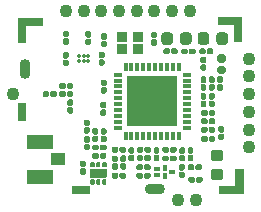
<source format=gbr>
%TF.GenerationSoftware,KiCad,Pcbnew,(5.1.6-0-10_14)*%
%TF.CreationDate,2020-10-05T23:02:53+09:00*%
%TF.ProjectId,RF920A,52463932-3041-42e6-9b69-6361645f7063,rev?*%
%TF.SameCoordinates,Original*%
%TF.FileFunction,Soldermask,Top*%
%TF.FilePolarity,Negative*%
%FSLAX46Y46*%
G04 Gerber Fmt 4.6, Leading zero omitted, Abs format (unit mm)*
G04 Created by KiCad (PCBNEW (5.1.6-0-10_14)) date 2020-10-05 23:02:53*
%MOMM*%
%LPD*%
G01*
G04 APERTURE LIST*
%ADD10O,1.700000X0.900000*%
%ADD11R,0.700000X1.600000*%
%ADD12R,1.600000X0.700000*%
%ADD13C,0.100000*%
%ADD14O,0.900000X1.700000*%
%ADD15R,0.800000X0.400000*%
%ADD16R,0.400000X0.800000*%
%ADD17R,4.300000X4.300000*%
%ADD18R,2.300000X1.150000*%
%ADD19R,1.150000X1.100000*%
%ADD20R,0.950000X0.850000*%
%ADD21C,0.350000*%
%ADD22R,0.350000X0.525000*%
%ADD23R,0.525000X0.425000*%
%ADD24C,1.100000*%
G04 APERTURE END LIST*
D10*
%TO.C,REF\u002A\u002A*%
X162075000Y-107000000D03*
D11*
X150800000Y-100500000D03*
D12*
X155800000Y-107100000D03*
D13*
G36*
X167490245Y-107449039D02*
G01*
X167480866Y-107446194D01*
X167472221Y-107441573D01*
X167464645Y-107435355D01*
X167458427Y-107427779D01*
X167453806Y-107419134D01*
X167450961Y-107409755D01*
X167450000Y-107400000D01*
X167450000Y-106800000D01*
X167450961Y-106790245D01*
X167453806Y-106780866D01*
X167458427Y-106772221D01*
X167464645Y-106764645D01*
X167472221Y-106758427D01*
X167480866Y-106753806D01*
X167490245Y-106750961D01*
X167500000Y-106750000D01*
X168850000Y-106750000D01*
X168850000Y-105400000D01*
X168850961Y-105390245D01*
X168853806Y-105380866D01*
X168858427Y-105372221D01*
X168864645Y-105364645D01*
X168872221Y-105358427D01*
X168880866Y-105353806D01*
X168890245Y-105350961D01*
X168900000Y-105350000D01*
X169500000Y-105350000D01*
X169509755Y-105350961D01*
X169519134Y-105353806D01*
X169527779Y-105358427D01*
X169535355Y-105364645D01*
X169541573Y-105372221D01*
X169546194Y-105380866D01*
X169549039Y-105390245D01*
X169550000Y-105400000D01*
X169550000Y-107400000D01*
X169549039Y-107409755D01*
X169546194Y-107419134D01*
X169541573Y-107427779D01*
X169535355Y-107435355D01*
X169527779Y-107441573D01*
X169519134Y-107446194D01*
X169509755Y-107449039D01*
X169500000Y-107450000D01*
X167500000Y-107450000D01*
X167490245Y-107449039D01*
G37*
G36*
X169449039Y-94509755D02*
G01*
X169446194Y-94519134D01*
X169441573Y-94527779D01*
X169435355Y-94535355D01*
X169427779Y-94541573D01*
X169419134Y-94546194D01*
X169409755Y-94549039D01*
X169400000Y-94550000D01*
X168800000Y-94550000D01*
X168790245Y-94549039D01*
X168780866Y-94546194D01*
X168772221Y-94541573D01*
X168764645Y-94535355D01*
X168758427Y-94527779D01*
X168753806Y-94519134D01*
X168750961Y-94509755D01*
X168750000Y-94500000D01*
X168750000Y-93150000D01*
X167400000Y-93150000D01*
X167390245Y-93149039D01*
X167380866Y-93146194D01*
X167372221Y-93141573D01*
X167364645Y-93135355D01*
X167358427Y-93127779D01*
X167353806Y-93119134D01*
X167350961Y-93109755D01*
X167350000Y-93100000D01*
X167350000Y-92500000D01*
X167350961Y-92490245D01*
X167353806Y-92480866D01*
X167358427Y-92472221D01*
X167364645Y-92464645D01*
X167372221Y-92458427D01*
X167380866Y-92453806D01*
X167390245Y-92450961D01*
X167400000Y-92450000D01*
X169400000Y-92450000D01*
X169409755Y-92450961D01*
X169419134Y-92453806D01*
X169427779Y-92458427D01*
X169435355Y-92464645D01*
X169441573Y-92472221D01*
X169446194Y-92480866D01*
X169449039Y-92490245D01*
X169450000Y-92500000D01*
X169450000Y-94500000D01*
X169449039Y-94509755D01*
G37*
D14*
X151000000Y-96875000D03*
D13*
G36*
X152509755Y-92550961D02*
G01*
X152519134Y-92553806D01*
X152527779Y-92558427D01*
X152535355Y-92564645D01*
X152541573Y-92572221D01*
X152546194Y-92580866D01*
X152549039Y-92590245D01*
X152550000Y-92600000D01*
X152550000Y-93200000D01*
X152549039Y-93209755D01*
X152546194Y-93219134D01*
X152541573Y-93227779D01*
X152535355Y-93235355D01*
X152527779Y-93241573D01*
X152519134Y-93246194D01*
X152509755Y-93249039D01*
X152500000Y-93250000D01*
X151150000Y-93250000D01*
X151150000Y-94600000D01*
X151149039Y-94609755D01*
X151146194Y-94619134D01*
X151141573Y-94627779D01*
X151135355Y-94635355D01*
X151127779Y-94641573D01*
X151119134Y-94646194D01*
X151109755Y-94649039D01*
X151100000Y-94650000D01*
X150500000Y-94650000D01*
X150490245Y-94649039D01*
X150480866Y-94646194D01*
X150472221Y-94641573D01*
X150464645Y-94635355D01*
X150458427Y-94627779D01*
X150453806Y-94619134D01*
X150450961Y-94609755D01*
X150450000Y-94600000D01*
X150450000Y-92600000D01*
X150450961Y-92590245D01*
X150453806Y-92580866D01*
X150458427Y-92572221D01*
X150464645Y-92564645D01*
X150472221Y-92558427D01*
X150480866Y-92553806D01*
X150490245Y-92550961D01*
X150500000Y-92550000D01*
X152500000Y-92550000D01*
X152509755Y-92550961D01*
G37*
%TD*%
D15*
%TO.C,U1*%
X164725000Y-97350000D03*
X164725000Y-97875000D03*
D16*
X164050000Y-102525000D03*
X163550000Y-102525000D03*
D15*
X158875000Y-101850000D03*
X158875000Y-101350000D03*
D16*
X159550000Y-96675000D03*
X160050000Y-96675000D03*
D15*
X164725000Y-98350000D03*
X164725000Y-98850000D03*
X164725000Y-99350000D03*
X164725000Y-99850000D03*
X164725000Y-100350000D03*
X164725000Y-100850000D03*
X164725000Y-101350000D03*
X164725000Y-101850000D03*
D16*
X163050000Y-102525000D03*
X162550000Y-102525000D03*
X162050000Y-102525000D03*
X161550000Y-102525000D03*
X161050000Y-102525000D03*
X160550000Y-102525000D03*
X160050000Y-102525000D03*
X159550000Y-102525000D03*
D15*
X158875000Y-100850000D03*
X158875000Y-100350000D03*
X158875000Y-99850000D03*
X158875000Y-99350000D03*
X158875000Y-98850000D03*
X158875000Y-98350000D03*
X158875000Y-97850000D03*
X158875000Y-97350000D03*
D16*
X160550000Y-96675000D03*
X161050000Y-96675000D03*
X161550000Y-96675000D03*
X162050000Y-96675000D03*
X162550000Y-96675000D03*
X163050000Y-96675000D03*
X163550000Y-96675000D03*
X164050000Y-96675000D03*
D17*
X161800000Y-99600000D03*
%TD*%
%TO.C,L10*%
G36*
G01*
X154570000Y-99125000D02*
X154570000Y-98875000D01*
G75*
G02*
X154695000Y-98750000I125000J0D01*
G01*
X155005000Y-98750000D01*
G75*
G02*
X155130000Y-98875000I0J-125000D01*
G01*
X155130000Y-99125000D01*
G75*
G02*
X155005000Y-99250000I-125000J0D01*
G01*
X154695000Y-99250000D01*
G75*
G02*
X154570000Y-99125000I0J125000D01*
G01*
G37*
G36*
G01*
X153930000Y-99125000D02*
X153930000Y-98875000D01*
G75*
G02*
X154055000Y-98750000I125000J0D01*
G01*
X154365000Y-98750000D01*
G75*
G02*
X154490000Y-98875000I0J-125000D01*
G01*
X154490000Y-99125000D01*
G75*
G02*
X154365000Y-99250000I-125000J0D01*
G01*
X154055000Y-99250000D01*
G75*
G02*
X153930000Y-99125000I0J125000D01*
G01*
G37*
%TD*%
D18*
%TO.C,U2*%
X152290000Y-105975000D03*
D19*
X153815000Y-104500000D03*
D18*
X152290000Y-103025000D03*
%TD*%
D20*
%TO.C,U5*%
X160575000Y-95175000D03*
X159250000Y-95175000D03*
X159250000Y-94125000D03*
X160575000Y-94125000D03*
%TD*%
%TO.C,C1*%
G36*
G01*
X167018750Y-105300000D02*
X167581250Y-105300000D01*
G75*
G02*
X167825000Y-105543750I0J-243750D01*
G01*
X167825000Y-106031250D01*
G75*
G02*
X167581250Y-106275000I-243750J0D01*
G01*
X167018750Y-106275000D01*
G75*
G02*
X166775000Y-106031250I0J243750D01*
G01*
X166775000Y-105543750D01*
G75*
G02*
X167018750Y-105300000I243750J0D01*
G01*
G37*
G36*
G01*
X167018750Y-103725000D02*
X167581250Y-103725000D01*
G75*
G02*
X167825000Y-103968750I0J-243750D01*
G01*
X167825000Y-104456250D01*
G75*
G02*
X167581250Y-104700000I-243750J0D01*
G01*
X167018750Y-104700000D01*
G75*
G02*
X166775000Y-104456250I0J243750D01*
G01*
X166775000Y-103968750D01*
G75*
G02*
X167018750Y-103725000I243750J0D01*
G01*
G37*
%TD*%
%TO.C,C19*%
G36*
G01*
X167472500Y-96610000D02*
X167867500Y-96610000D01*
G75*
G02*
X168040000Y-96782500I0J-172500D01*
G01*
X168040000Y-97127500D01*
G75*
G02*
X167867500Y-97300000I-172500J0D01*
G01*
X167472500Y-97300000D01*
G75*
G02*
X167300000Y-97127500I0J172500D01*
G01*
X167300000Y-96782500D01*
G75*
G02*
X167472500Y-96610000I172500J0D01*
G01*
G37*
G36*
G01*
X167472500Y-95640000D02*
X167867500Y-95640000D01*
G75*
G02*
X168040000Y-95812500I0J-172500D01*
G01*
X168040000Y-96157500D01*
G75*
G02*
X167867500Y-96330000I-172500J0D01*
G01*
X167472500Y-96330000D01*
G75*
G02*
X167300000Y-96157500I0J172500D01*
G01*
X167300000Y-95812500D01*
G75*
G02*
X167472500Y-95640000I172500J0D01*
G01*
G37*
%TD*%
%TO.C,C13*%
G36*
G01*
X164162500Y-94581250D02*
X164162500Y-94018750D01*
G75*
G02*
X164406250Y-93775000I243750J0D01*
G01*
X164893750Y-93775000D01*
G75*
G02*
X165137500Y-94018750I0J-243750D01*
G01*
X165137500Y-94581250D01*
G75*
G02*
X164893750Y-94825000I-243750J0D01*
G01*
X164406250Y-94825000D01*
G75*
G02*
X164162500Y-94581250I0J243750D01*
G01*
G37*
G36*
G01*
X162587500Y-94581250D02*
X162587500Y-94018750D01*
G75*
G02*
X162831250Y-93775000I243750J0D01*
G01*
X163318750Y-93775000D01*
G75*
G02*
X163562500Y-94018750I0J-243750D01*
G01*
X163562500Y-94581250D01*
G75*
G02*
X163318750Y-94825000I-243750J0D01*
G01*
X162831250Y-94825000D01*
G75*
G02*
X162587500Y-94581250I0J243750D01*
G01*
G37*
%TD*%
%TO.C,C11*%
G36*
G01*
X166637500Y-94018750D02*
X166637500Y-94581250D01*
G75*
G02*
X166393750Y-94825000I-243750J0D01*
G01*
X165906250Y-94825000D01*
G75*
G02*
X165662500Y-94581250I0J243750D01*
G01*
X165662500Y-94018750D01*
G75*
G02*
X165906250Y-93775000I243750J0D01*
G01*
X166393750Y-93775000D01*
G75*
G02*
X166637500Y-94018750I0J-243750D01*
G01*
G37*
G36*
G01*
X168212500Y-94018750D02*
X168212500Y-94581250D01*
G75*
G02*
X167968750Y-94825000I-243750J0D01*
G01*
X167481250Y-94825000D01*
G75*
G02*
X167237500Y-94581250I0J243750D01*
G01*
X167237500Y-94018750D01*
G75*
G02*
X167481250Y-93775000I243750J0D01*
G01*
X167968750Y-93775000D01*
G75*
G02*
X168212500Y-94018750I0J-243750D01*
G01*
G37*
%TD*%
%TO.C,C16*%
G36*
G01*
X157850000Y-94385000D02*
X157600000Y-94385000D01*
G75*
G02*
X157475000Y-94260000I0J125000D01*
G01*
X157475000Y-93950000D01*
G75*
G02*
X157600000Y-93825000I125000J0D01*
G01*
X157850000Y-93825000D01*
G75*
G02*
X157975000Y-93950000I0J-125000D01*
G01*
X157975000Y-94260000D01*
G75*
G02*
X157850000Y-94385000I-125000J0D01*
G01*
G37*
G36*
G01*
X157850000Y-95025000D02*
X157600000Y-95025000D01*
G75*
G02*
X157475000Y-94900000I0J125000D01*
G01*
X157475000Y-94590000D01*
G75*
G02*
X157600000Y-94465000I125000J0D01*
G01*
X157850000Y-94465000D01*
G75*
G02*
X157975000Y-94590000I0J-125000D01*
G01*
X157975000Y-94900000D01*
G75*
G02*
X157850000Y-95025000I-125000J0D01*
G01*
G37*
%TD*%
%TO.C,C42*%
G36*
G01*
X161030000Y-105775000D02*
X161030000Y-106025000D01*
G75*
G02*
X160905000Y-106150000I-125000J0D01*
G01*
X160595000Y-106150000D01*
G75*
G02*
X160470000Y-106025000I0J125000D01*
G01*
X160470000Y-105775000D01*
G75*
G02*
X160595000Y-105650000I125000J0D01*
G01*
X160905000Y-105650000D01*
G75*
G02*
X161030000Y-105775000I0J-125000D01*
G01*
G37*
G36*
G01*
X161670000Y-105775000D02*
X161670000Y-106025000D01*
G75*
G02*
X161545000Y-106150000I-125000J0D01*
G01*
X161235000Y-106150000D01*
G75*
G02*
X161110000Y-106025000I0J125000D01*
G01*
X161110000Y-105775000D01*
G75*
G02*
X161235000Y-105650000I125000J0D01*
G01*
X161545000Y-105650000D01*
G75*
G02*
X161670000Y-105775000I0J-125000D01*
G01*
G37*
%TD*%
D21*
%TO.C,U6*%
X155600000Y-95800000D03*
X155600000Y-96200000D03*
X156000000Y-95800000D03*
X156000000Y-96200000D03*
X156400000Y-96200000D03*
X156400000Y-95800000D03*
%TD*%
D22*
%TO.C,U4*%
X162875000Y-105937500D03*
X162875000Y-105262500D03*
D23*
X162237500Y-105887500D03*
X162237500Y-105312500D03*
X163462500Y-105600000D03*
%TD*%
%TO.C,U3*%
G36*
G01*
X157893201Y-106100000D02*
X156606799Y-106100000D01*
G75*
G02*
X156550000Y-106043201I0J56799D01*
G01*
X156550000Y-105356799D01*
G75*
G02*
X156606799Y-105300000I56799J0D01*
G01*
X157893201Y-105300000D01*
G75*
G02*
X157950000Y-105356799I0J-56799D01*
G01*
X157950000Y-106043201D01*
G75*
G02*
X157893201Y-106100000I-56799J0D01*
G01*
G37*
G36*
G01*
X156855000Y-105200000D02*
X156645000Y-105200000D01*
G75*
G02*
X156575000Y-105130000I0J70000D01*
G01*
X156575000Y-104820000D01*
G75*
G02*
X156645000Y-104750000I70000J0D01*
G01*
X156855000Y-104750000D01*
G75*
G02*
X156925000Y-104820000I0J-70000D01*
G01*
X156925000Y-105130000D01*
G75*
G02*
X156855000Y-105200000I-70000J0D01*
G01*
G37*
G36*
G01*
X157355000Y-105200000D02*
X157145000Y-105200000D01*
G75*
G02*
X157075000Y-105130000I0J70000D01*
G01*
X157075000Y-104820000D01*
G75*
G02*
X157145000Y-104750000I70000J0D01*
G01*
X157355000Y-104750000D01*
G75*
G02*
X157425000Y-104820000I0J-70000D01*
G01*
X157425000Y-105130000D01*
G75*
G02*
X157355000Y-105200000I-70000J0D01*
G01*
G37*
G36*
G01*
X157880000Y-105200000D02*
X157670000Y-105200000D01*
G75*
G02*
X157600000Y-105130000I0J70000D01*
G01*
X157600000Y-104820000D01*
G75*
G02*
X157670000Y-104750000I70000J0D01*
G01*
X157880000Y-104750000D01*
G75*
G02*
X157950000Y-104820000I0J-70000D01*
G01*
X157950000Y-105130000D01*
G75*
G02*
X157880000Y-105200000I-70000J0D01*
G01*
G37*
G36*
G01*
X157855000Y-106650000D02*
X157645000Y-106650000D01*
G75*
G02*
X157575000Y-106580000I0J70000D01*
G01*
X157575000Y-106270000D01*
G75*
G02*
X157645000Y-106200000I70000J0D01*
G01*
X157855000Y-106200000D01*
G75*
G02*
X157925000Y-106270000I0J-70000D01*
G01*
X157925000Y-106580000D01*
G75*
G02*
X157855000Y-106650000I-70000J0D01*
G01*
G37*
G36*
G01*
X157355000Y-106650000D02*
X157145000Y-106650000D01*
G75*
G02*
X157075000Y-106580000I0J70000D01*
G01*
X157075000Y-106270000D01*
G75*
G02*
X157145000Y-106200000I70000J0D01*
G01*
X157355000Y-106200000D01*
G75*
G02*
X157425000Y-106270000I0J-70000D01*
G01*
X157425000Y-106580000D01*
G75*
G02*
X157355000Y-106650000I-70000J0D01*
G01*
G37*
G36*
G01*
X156855000Y-106650000D02*
X156645000Y-106650000D01*
G75*
G02*
X156575000Y-106580000I0J70000D01*
G01*
X156575000Y-106270000D01*
G75*
G02*
X156645000Y-106200000I70000J0D01*
G01*
X156855000Y-106200000D01*
G75*
G02*
X156925000Y-106270000I0J-70000D01*
G01*
X156925000Y-106580000D01*
G75*
G02*
X156855000Y-106650000I-70000J0D01*
G01*
G37*
%TD*%
%TO.C,R5*%
G36*
G01*
X157405000Y-96040000D02*
X157655000Y-96040000D01*
G75*
G02*
X157780000Y-96165000I0J-125000D01*
G01*
X157780000Y-96475000D01*
G75*
G02*
X157655000Y-96600000I-125000J0D01*
G01*
X157405000Y-96600000D01*
G75*
G02*
X157280000Y-96475000I0J125000D01*
G01*
X157280000Y-96165000D01*
G75*
G02*
X157405000Y-96040000I125000J0D01*
G01*
G37*
G36*
G01*
X157405000Y-95400000D02*
X157655000Y-95400000D01*
G75*
G02*
X157780000Y-95525000I0J-125000D01*
G01*
X157780000Y-95835000D01*
G75*
G02*
X157655000Y-95960000I-125000J0D01*
G01*
X157405000Y-95960000D01*
G75*
G02*
X157280000Y-95835000I0J125000D01*
G01*
X157280000Y-95525000D01*
G75*
G02*
X157405000Y-95400000I125000J0D01*
G01*
G37*
%TD*%
%TO.C,R6*%
G36*
G01*
X156265000Y-94290000D02*
X156515000Y-94290000D01*
G75*
G02*
X156640000Y-94415000I0J-125000D01*
G01*
X156640000Y-94725000D01*
G75*
G02*
X156515000Y-94850000I-125000J0D01*
G01*
X156265000Y-94850000D01*
G75*
G02*
X156140000Y-94725000I0J125000D01*
G01*
X156140000Y-94415000D01*
G75*
G02*
X156265000Y-94290000I125000J0D01*
G01*
G37*
G36*
G01*
X156265000Y-93650000D02*
X156515000Y-93650000D01*
G75*
G02*
X156640000Y-93775000I0J-125000D01*
G01*
X156640000Y-94085000D01*
G75*
G02*
X156515000Y-94210000I-125000J0D01*
G01*
X156265000Y-94210000D01*
G75*
G02*
X156140000Y-94085000I0J125000D01*
G01*
X156140000Y-93775000D01*
G75*
G02*
X156265000Y-93650000I125000J0D01*
G01*
G37*
%TD*%
%TO.C,R7*%
G36*
G01*
X154635000Y-94190000D02*
X154385000Y-94190000D01*
G75*
G02*
X154260000Y-94065000I0J125000D01*
G01*
X154260000Y-93755000D01*
G75*
G02*
X154385000Y-93630000I125000J0D01*
G01*
X154635000Y-93630000D01*
G75*
G02*
X154760000Y-93755000I0J-125000D01*
G01*
X154760000Y-94065000D01*
G75*
G02*
X154635000Y-94190000I-125000J0D01*
G01*
G37*
G36*
G01*
X154635000Y-94830000D02*
X154385000Y-94830000D01*
G75*
G02*
X154260000Y-94705000I0J125000D01*
G01*
X154260000Y-94395000D01*
G75*
G02*
X154385000Y-94270000I125000J0D01*
G01*
X154635000Y-94270000D01*
G75*
G02*
X154760000Y-94395000I0J-125000D01*
G01*
X154760000Y-94705000D01*
G75*
G02*
X154635000Y-94830000I-125000J0D01*
G01*
G37*
%TD*%
%TO.C,R8*%
G36*
G01*
X167675000Y-98060000D02*
X167425000Y-98060000D01*
G75*
G02*
X167300000Y-97935000I0J125000D01*
G01*
X167300000Y-97625000D01*
G75*
G02*
X167425000Y-97500000I125000J0D01*
G01*
X167675000Y-97500000D01*
G75*
G02*
X167800000Y-97625000I0J-125000D01*
G01*
X167800000Y-97935000D01*
G75*
G02*
X167675000Y-98060000I-125000J0D01*
G01*
G37*
G36*
G01*
X167675000Y-98700000D02*
X167425000Y-98700000D01*
G75*
G02*
X167300000Y-98575000I0J125000D01*
G01*
X167300000Y-98265000D01*
G75*
G02*
X167425000Y-98140000I125000J0D01*
G01*
X167675000Y-98140000D01*
G75*
G02*
X167800000Y-98265000I0J-125000D01*
G01*
X167800000Y-98575000D01*
G75*
G02*
X167675000Y-98700000I-125000J0D01*
G01*
G37*
%TD*%
%TO.C,R9*%
G36*
G01*
X166580000Y-102137000D02*
X166580000Y-101887000D01*
G75*
G02*
X166705000Y-101762000I125000J0D01*
G01*
X167015000Y-101762000D01*
G75*
G02*
X167140000Y-101887000I0J-125000D01*
G01*
X167140000Y-102137000D01*
G75*
G02*
X167015000Y-102262000I-125000J0D01*
G01*
X166705000Y-102262000D01*
G75*
G02*
X166580000Y-102137000I0J125000D01*
G01*
G37*
G36*
G01*
X165940000Y-102137000D02*
X165940000Y-101887000D01*
G75*
G02*
X166065000Y-101762000I125000J0D01*
G01*
X166375000Y-101762000D01*
G75*
G02*
X166500000Y-101887000I0J-125000D01*
G01*
X166500000Y-102137000D01*
G75*
G02*
X166375000Y-102262000I-125000J0D01*
G01*
X166065000Y-102262000D01*
G75*
G02*
X165940000Y-102137000I0J125000D01*
G01*
G37*
%TD*%
%TO.C,L1*%
G36*
G01*
X166275000Y-99460000D02*
X166025000Y-99460000D01*
G75*
G02*
X165900000Y-99335000I0J125000D01*
G01*
X165900000Y-99025000D01*
G75*
G02*
X166025000Y-98900000I125000J0D01*
G01*
X166275000Y-98900000D01*
G75*
G02*
X166400000Y-99025000I0J-125000D01*
G01*
X166400000Y-99335000D01*
G75*
G02*
X166275000Y-99460000I-125000J0D01*
G01*
G37*
G36*
G01*
X166275000Y-100100000D02*
X166025000Y-100100000D01*
G75*
G02*
X165900000Y-99975000I0J125000D01*
G01*
X165900000Y-99665000D01*
G75*
G02*
X166025000Y-99540000I125000J0D01*
G01*
X166275000Y-99540000D01*
G75*
G02*
X166400000Y-99665000I0J-125000D01*
G01*
X166400000Y-99975000D01*
G75*
G02*
X166275000Y-100100000I-125000J0D01*
G01*
G37*
%TD*%
%TO.C,L2*%
G36*
G01*
X162050000Y-104120000D02*
X162300000Y-104120000D01*
G75*
G02*
X162425000Y-104245000I0J-125000D01*
G01*
X162425000Y-104555000D01*
G75*
G02*
X162300000Y-104680000I-125000J0D01*
G01*
X162050000Y-104680000D01*
G75*
G02*
X161925000Y-104555000I0J125000D01*
G01*
X161925000Y-104245000D01*
G75*
G02*
X162050000Y-104120000I125000J0D01*
G01*
G37*
G36*
G01*
X162050000Y-103480000D02*
X162300000Y-103480000D01*
G75*
G02*
X162425000Y-103605000I0J-125000D01*
G01*
X162425000Y-103915000D01*
G75*
G02*
X162300000Y-104040000I-125000J0D01*
G01*
X162050000Y-104040000D01*
G75*
G02*
X161925000Y-103915000I0J125000D01*
G01*
X161925000Y-103605000D01*
G75*
G02*
X162050000Y-103480000I125000J0D01*
G01*
G37*
%TD*%
%TO.C,L3*%
G36*
G01*
X165460000Y-105325000D02*
X165460000Y-105075000D01*
G75*
G02*
X165585000Y-104950000I125000J0D01*
G01*
X165895000Y-104950000D01*
G75*
G02*
X166020000Y-105075000I0J-125000D01*
G01*
X166020000Y-105325000D01*
G75*
G02*
X165895000Y-105450000I-125000J0D01*
G01*
X165585000Y-105450000D01*
G75*
G02*
X165460000Y-105325000I0J125000D01*
G01*
G37*
G36*
G01*
X164820000Y-105325000D02*
X164820000Y-105075000D01*
G75*
G02*
X164945000Y-104950000I125000J0D01*
G01*
X165255000Y-104950000D01*
G75*
G02*
X165380000Y-105075000I0J-125000D01*
G01*
X165380000Y-105325000D01*
G75*
G02*
X165255000Y-105450000I-125000J0D01*
G01*
X164945000Y-105450000D01*
G75*
G02*
X164820000Y-105325000I0J125000D01*
G01*
G37*
%TD*%
%TO.C,L5*%
G36*
G01*
X159925000Y-104140000D02*
X160175000Y-104140000D01*
G75*
G02*
X160300000Y-104265000I0J-125000D01*
G01*
X160300000Y-104575000D01*
G75*
G02*
X160175000Y-104700000I-125000J0D01*
G01*
X159925000Y-104700000D01*
G75*
G02*
X159800000Y-104575000I0J125000D01*
G01*
X159800000Y-104265000D01*
G75*
G02*
X159925000Y-104140000I125000J0D01*
G01*
G37*
G36*
G01*
X159925000Y-103500000D02*
X160175000Y-103500000D01*
G75*
G02*
X160300000Y-103625000I0J-125000D01*
G01*
X160300000Y-103935000D01*
G75*
G02*
X160175000Y-104060000I-125000J0D01*
G01*
X159925000Y-104060000D01*
G75*
G02*
X159800000Y-103935000I0J125000D01*
G01*
X159800000Y-103625000D01*
G75*
G02*
X159925000Y-103500000I125000J0D01*
G01*
G37*
%TD*%
%TO.C,L4*%
G36*
G01*
X165515000Y-106371000D02*
X165515000Y-106121000D01*
G75*
G02*
X165640000Y-105996000I125000J0D01*
G01*
X165950000Y-105996000D01*
G75*
G02*
X166075000Y-106121000I0J-125000D01*
G01*
X166075000Y-106371000D01*
G75*
G02*
X165950000Y-106496000I-125000J0D01*
G01*
X165640000Y-106496000D01*
G75*
G02*
X165515000Y-106371000I0J125000D01*
G01*
G37*
G36*
G01*
X164875000Y-106371000D02*
X164875000Y-106121000D01*
G75*
G02*
X165000000Y-105996000I125000J0D01*
G01*
X165310000Y-105996000D01*
G75*
G02*
X165435000Y-106121000I0J-125000D01*
G01*
X165435000Y-106371000D01*
G75*
G02*
X165310000Y-106496000I-125000J0D01*
G01*
X165000000Y-106496000D01*
G75*
G02*
X164875000Y-106371000I0J125000D01*
G01*
G37*
%TD*%
%TO.C,L6*%
G36*
G01*
X156855000Y-102510000D02*
X157105000Y-102510000D01*
G75*
G02*
X157230000Y-102635000I0J-125000D01*
G01*
X157230000Y-102945000D01*
G75*
G02*
X157105000Y-103070000I-125000J0D01*
G01*
X156855000Y-103070000D01*
G75*
G02*
X156730000Y-102945000I0J125000D01*
G01*
X156730000Y-102635000D01*
G75*
G02*
X156855000Y-102510000I125000J0D01*
G01*
G37*
G36*
G01*
X156855000Y-101870000D02*
X157105000Y-101870000D01*
G75*
G02*
X157230000Y-101995000I0J-125000D01*
G01*
X157230000Y-102305000D01*
G75*
G02*
X157105000Y-102430000I-125000J0D01*
G01*
X156855000Y-102430000D01*
G75*
G02*
X156730000Y-102305000I0J125000D01*
G01*
X156730000Y-101995000D01*
G75*
G02*
X156855000Y-101870000I125000J0D01*
G01*
G37*
%TD*%
%TO.C,L7*%
G36*
G01*
X157815000Y-102430000D02*
X157565000Y-102430000D01*
G75*
G02*
X157440000Y-102305000I0J125000D01*
G01*
X157440000Y-101995000D01*
G75*
G02*
X157565000Y-101870000I125000J0D01*
G01*
X157815000Y-101870000D01*
G75*
G02*
X157940000Y-101995000I0J-125000D01*
G01*
X157940000Y-102305000D01*
G75*
G02*
X157815000Y-102430000I-125000J0D01*
G01*
G37*
G36*
G01*
X157815000Y-103070000D02*
X157565000Y-103070000D01*
G75*
G02*
X157440000Y-102945000I0J125000D01*
G01*
X157440000Y-102635000D01*
G75*
G02*
X157565000Y-102510000I125000J0D01*
G01*
X157815000Y-102510000D01*
G75*
G02*
X157940000Y-102635000I0J-125000D01*
G01*
X157940000Y-102945000D01*
G75*
G02*
X157815000Y-103070000I-125000J0D01*
G01*
G37*
%TD*%
%TO.C,L8*%
G36*
G01*
X157300000Y-103395000D02*
X157300000Y-103645000D01*
G75*
G02*
X157175000Y-103770000I-125000J0D01*
G01*
X156865000Y-103770000D01*
G75*
G02*
X156740000Y-103645000I0J125000D01*
G01*
X156740000Y-103395000D01*
G75*
G02*
X156865000Y-103270000I125000J0D01*
G01*
X157175000Y-103270000D01*
G75*
G02*
X157300000Y-103395000I0J-125000D01*
G01*
G37*
G36*
G01*
X157940000Y-103395000D02*
X157940000Y-103645000D01*
G75*
G02*
X157815000Y-103770000I-125000J0D01*
G01*
X157505000Y-103770000D01*
G75*
G02*
X157380000Y-103645000I0J125000D01*
G01*
X157380000Y-103395000D01*
G75*
G02*
X157505000Y-103270000I125000J0D01*
G01*
X157815000Y-103270000D01*
G75*
G02*
X157940000Y-103395000I0J-125000D01*
G01*
G37*
%TD*%
%TO.C,L9*%
G36*
G01*
X153170000Y-99125000D02*
X153170000Y-98875000D01*
G75*
G02*
X153295000Y-98750000I125000J0D01*
G01*
X153605000Y-98750000D01*
G75*
G02*
X153730000Y-98875000I0J-125000D01*
G01*
X153730000Y-99125000D01*
G75*
G02*
X153605000Y-99250000I-125000J0D01*
G01*
X153295000Y-99250000D01*
G75*
G02*
X153170000Y-99125000I0J125000D01*
G01*
G37*
G36*
G01*
X152530000Y-99125000D02*
X152530000Y-98875000D01*
G75*
G02*
X152655000Y-98750000I125000J0D01*
G01*
X152965000Y-98750000D01*
G75*
G02*
X153090000Y-98875000I0J-125000D01*
G01*
X153090000Y-99125000D01*
G75*
G02*
X152965000Y-99250000I-125000J0D01*
G01*
X152655000Y-99250000D01*
G75*
G02*
X152530000Y-99125000I0J125000D01*
G01*
G37*
%TD*%
%TO.C,L11*%
G36*
G01*
X154570000Y-98425000D02*
X154570000Y-98175000D01*
G75*
G02*
X154695000Y-98050000I125000J0D01*
G01*
X155005000Y-98050000D01*
G75*
G02*
X155130000Y-98175000I0J-125000D01*
G01*
X155130000Y-98425000D01*
G75*
G02*
X155005000Y-98550000I-125000J0D01*
G01*
X154695000Y-98550000D01*
G75*
G02*
X154570000Y-98425000I0J125000D01*
G01*
G37*
G36*
G01*
X153930000Y-98425000D02*
X153930000Y-98175000D01*
G75*
G02*
X154055000Y-98050000I125000J0D01*
G01*
X154365000Y-98050000D01*
G75*
G02*
X154490000Y-98175000I0J-125000D01*
G01*
X154490000Y-98425000D01*
G75*
G02*
X154365000Y-98550000I-125000J0D01*
G01*
X154055000Y-98550000D01*
G75*
G02*
X153930000Y-98425000I0J125000D01*
G01*
G37*
%TD*%
D24*
%TO.C,J19*%
X157500000Y-92000000D03*
%TD*%
%TO.C,J17*%
X170000000Y-103500000D03*
%TD*%
%TO.C,J16*%
X170000000Y-102000000D03*
%TD*%
%TO.C,J14*%
X165500000Y-108000000D03*
%TD*%
%TO.C,J13*%
X164000000Y-108000000D03*
%TD*%
%TO.C,J12*%
X156000000Y-92000000D03*
%TD*%
%TO.C,J11*%
X154500000Y-92000000D03*
%TD*%
%TO.C,J10*%
X170000000Y-96000000D03*
%TD*%
%TO.C,J9*%
X165000000Y-92000000D03*
%TD*%
%TO.C,J8*%
X163500000Y-92000000D03*
%TD*%
%TO.C,J7*%
X162000000Y-92000000D03*
%TD*%
%TO.C,J6*%
X170000000Y-97500000D03*
%TD*%
%TO.C,J5*%
X170000000Y-99000000D03*
%TD*%
%TO.C,J4*%
X170000000Y-100500000D03*
%TD*%
%TO.C,J3*%
X160500000Y-92000000D03*
%TD*%
%TO.C,J2*%
X159000000Y-92000000D03*
%TD*%
%TO.C,J1*%
X150000000Y-99000000D03*
%TD*%
%TO.C,C5*%
G36*
G01*
X154365000Y-96070000D02*
X154615000Y-96070000D01*
G75*
G02*
X154740000Y-96195000I0J-125000D01*
G01*
X154740000Y-96505000D01*
G75*
G02*
X154615000Y-96630000I-125000J0D01*
G01*
X154365000Y-96630000D01*
G75*
G02*
X154240000Y-96505000I0J125000D01*
G01*
X154240000Y-96195000D01*
G75*
G02*
X154365000Y-96070000I125000J0D01*
G01*
G37*
G36*
G01*
X154365000Y-95430000D02*
X154615000Y-95430000D01*
G75*
G02*
X154740000Y-95555000I0J-125000D01*
G01*
X154740000Y-95865000D01*
G75*
G02*
X154615000Y-95990000I-125000J0D01*
G01*
X154365000Y-95990000D01*
G75*
G02*
X154240000Y-95865000I0J125000D01*
G01*
X154240000Y-95555000D01*
G75*
G02*
X154365000Y-95430000I125000J0D01*
G01*
G37*
%TD*%
%TO.C,C12*%
G36*
G01*
X163320000Y-95255000D02*
X163320000Y-95505000D01*
G75*
G02*
X163195000Y-95630000I-125000J0D01*
G01*
X162885000Y-95630000D01*
G75*
G02*
X162760000Y-95505000I0J125000D01*
G01*
X162760000Y-95255000D01*
G75*
G02*
X162885000Y-95130000I125000J0D01*
G01*
X163195000Y-95130000D01*
G75*
G02*
X163320000Y-95255000I0J-125000D01*
G01*
G37*
G36*
G01*
X163960000Y-95255000D02*
X163960000Y-95505000D01*
G75*
G02*
X163835000Y-95630000I-125000J0D01*
G01*
X163525000Y-95630000D01*
G75*
G02*
X163400000Y-95505000I0J125000D01*
G01*
X163400000Y-95255000D01*
G75*
G02*
X163525000Y-95130000I125000J0D01*
G01*
X163835000Y-95130000D01*
G75*
G02*
X163960000Y-95255000I0J-125000D01*
G01*
G37*
%TD*%
%TO.C,C15*%
G36*
G01*
X161825000Y-94345000D02*
X162075000Y-94345000D01*
G75*
G02*
X162200000Y-94470000I0J-125000D01*
G01*
X162200000Y-94780000D01*
G75*
G02*
X162075000Y-94905000I-125000J0D01*
G01*
X161825000Y-94905000D01*
G75*
G02*
X161700000Y-94780000I0J125000D01*
G01*
X161700000Y-94470000D01*
G75*
G02*
X161825000Y-94345000I125000J0D01*
G01*
G37*
G36*
G01*
X161825000Y-93705000D02*
X162075000Y-93705000D01*
G75*
G02*
X162200000Y-93830000I0J-125000D01*
G01*
X162200000Y-94140000D01*
G75*
G02*
X162075000Y-94265000I-125000J0D01*
G01*
X161825000Y-94265000D01*
G75*
G02*
X161700000Y-94140000I0J125000D01*
G01*
X161700000Y-93830000D01*
G75*
G02*
X161825000Y-93705000I125000J0D01*
G01*
G37*
%TD*%
%TO.C,C10*%
G36*
G01*
X164915000Y-95515000D02*
X164915000Y-95265000D01*
G75*
G02*
X165040000Y-95140000I125000J0D01*
G01*
X165350000Y-95140000D01*
G75*
G02*
X165475000Y-95265000I0J-125000D01*
G01*
X165475000Y-95515000D01*
G75*
G02*
X165350000Y-95640000I-125000J0D01*
G01*
X165040000Y-95640000D01*
G75*
G02*
X164915000Y-95515000I0J125000D01*
G01*
G37*
G36*
G01*
X164275000Y-95515000D02*
X164275000Y-95265000D01*
G75*
G02*
X164400000Y-95140000I125000J0D01*
G01*
X164710000Y-95140000D01*
G75*
G02*
X164835000Y-95265000I0J-125000D01*
G01*
X164835000Y-95515000D01*
G75*
G02*
X164710000Y-95640000I-125000J0D01*
G01*
X164400000Y-95640000D01*
G75*
G02*
X164275000Y-95515000I0J125000D01*
G01*
G37*
%TD*%
%TO.C,C17*%
G36*
G01*
X166340000Y-95255000D02*
X166340000Y-95505000D01*
G75*
G02*
X166215000Y-95630000I-125000J0D01*
G01*
X165905000Y-95630000D01*
G75*
G02*
X165780000Y-95505000I0J125000D01*
G01*
X165780000Y-95255000D01*
G75*
G02*
X165905000Y-95130000I125000J0D01*
G01*
X166215000Y-95130000D01*
G75*
G02*
X166340000Y-95255000I0J-125000D01*
G01*
G37*
G36*
G01*
X166980000Y-95255000D02*
X166980000Y-95505000D01*
G75*
G02*
X166855000Y-95630000I-125000J0D01*
G01*
X166545000Y-95630000D01*
G75*
G02*
X166420000Y-95505000I0J125000D01*
G01*
X166420000Y-95255000D01*
G75*
G02*
X166545000Y-95130000I125000J0D01*
G01*
X166855000Y-95130000D01*
G75*
G02*
X166980000Y-95255000I0J-125000D01*
G01*
G37*
%TD*%
%TO.C,C18*%
G36*
G01*
X166265000Y-96390000D02*
X166015000Y-96390000D01*
G75*
G02*
X165890000Y-96265000I0J125000D01*
G01*
X165890000Y-95955000D01*
G75*
G02*
X166015000Y-95830000I125000J0D01*
G01*
X166265000Y-95830000D01*
G75*
G02*
X166390000Y-95955000I0J-125000D01*
G01*
X166390000Y-96265000D01*
G75*
G02*
X166265000Y-96390000I-125000J0D01*
G01*
G37*
G36*
G01*
X166265000Y-97030000D02*
X166015000Y-97030000D01*
G75*
G02*
X165890000Y-96905000I0J125000D01*
G01*
X165890000Y-96595000D01*
G75*
G02*
X166015000Y-96470000I125000J0D01*
G01*
X166265000Y-96470000D01*
G75*
G02*
X166390000Y-96595000I0J-125000D01*
G01*
X166390000Y-96905000D01*
G75*
G02*
X166265000Y-97030000I-125000J0D01*
G01*
G37*
%TD*%
%TO.C,C20*%
G36*
G01*
X166025000Y-98140000D02*
X166275000Y-98140000D01*
G75*
G02*
X166400000Y-98265000I0J-125000D01*
G01*
X166400000Y-98575000D01*
G75*
G02*
X166275000Y-98700000I-125000J0D01*
G01*
X166025000Y-98700000D01*
G75*
G02*
X165900000Y-98575000I0J125000D01*
G01*
X165900000Y-98265000D01*
G75*
G02*
X166025000Y-98140000I125000J0D01*
G01*
G37*
G36*
G01*
X166025000Y-97500000D02*
X166275000Y-97500000D01*
G75*
G02*
X166400000Y-97625000I0J-125000D01*
G01*
X166400000Y-97935000D01*
G75*
G02*
X166275000Y-98060000I-125000J0D01*
G01*
X166025000Y-98060000D01*
G75*
G02*
X165900000Y-97935000I0J125000D01*
G01*
X165900000Y-97625000D01*
G75*
G02*
X166025000Y-97500000I125000J0D01*
G01*
G37*
%TD*%
%TO.C,C21*%
G36*
G01*
X166975000Y-98060000D02*
X166725000Y-98060000D01*
G75*
G02*
X166600000Y-97935000I0J125000D01*
G01*
X166600000Y-97625000D01*
G75*
G02*
X166725000Y-97500000I125000J0D01*
G01*
X166975000Y-97500000D01*
G75*
G02*
X167100000Y-97625000I0J-125000D01*
G01*
X167100000Y-97935000D01*
G75*
G02*
X166975000Y-98060000I-125000J0D01*
G01*
G37*
G36*
G01*
X166975000Y-98700000D02*
X166725000Y-98700000D01*
G75*
G02*
X166600000Y-98575000I0J125000D01*
G01*
X166600000Y-98265000D01*
G75*
G02*
X166725000Y-98140000I125000J0D01*
G01*
X166975000Y-98140000D01*
G75*
G02*
X167100000Y-98265000I0J-125000D01*
G01*
X167100000Y-98575000D01*
G75*
G02*
X166975000Y-98700000I-125000J0D01*
G01*
G37*
%TD*%
%TO.C,C22*%
G36*
G01*
X157575000Y-98400000D02*
X157825000Y-98400000D01*
G75*
G02*
X157950000Y-98525000I0J-125000D01*
G01*
X157950000Y-98835000D01*
G75*
G02*
X157825000Y-98960000I-125000J0D01*
G01*
X157575000Y-98960000D01*
G75*
G02*
X157450000Y-98835000I0J125000D01*
G01*
X157450000Y-98525000D01*
G75*
G02*
X157575000Y-98400000I125000J0D01*
G01*
G37*
G36*
G01*
X157575000Y-97760000D02*
X157825000Y-97760000D01*
G75*
G02*
X157950000Y-97885000I0J-125000D01*
G01*
X157950000Y-98195000D01*
G75*
G02*
X157825000Y-98320000I-125000J0D01*
G01*
X157575000Y-98320000D01*
G75*
G02*
X157450000Y-98195000I0J125000D01*
G01*
X157450000Y-97885000D01*
G75*
G02*
X157575000Y-97760000I125000J0D01*
G01*
G37*
%TD*%
%TO.C,C23*%
G36*
G01*
X166975000Y-99460000D02*
X166725000Y-99460000D01*
G75*
G02*
X166600000Y-99335000I0J125000D01*
G01*
X166600000Y-99025000D01*
G75*
G02*
X166725000Y-98900000I125000J0D01*
G01*
X166975000Y-98900000D01*
G75*
G02*
X167100000Y-99025000I0J-125000D01*
G01*
X167100000Y-99335000D01*
G75*
G02*
X166975000Y-99460000I-125000J0D01*
G01*
G37*
G36*
G01*
X166975000Y-100100000D02*
X166725000Y-100100000D01*
G75*
G02*
X166600000Y-99975000I0J125000D01*
G01*
X166600000Y-99665000D01*
G75*
G02*
X166725000Y-99540000I125000J0D01*
G01*
X166975000Y-99540000D01*
G75*
G02*
X167100000Y-99665000I0J-125000D01*
G01*
X167100000Y-99975000D01*
G75*
G02*
X166975000Y-100100000I-125000J0D01*
G01*
G37*
%TD*%
%TO.C,C25*%
G36*
G01*
X157545000Y-100280000D02*
X157795000Y-100280000D01*
G75*
G02*
X157920000Y-100405000I0J-125000D01*
G01*
X157920000Y-100715000D01*
G75*
G02*
X157795000Y-100840000I-125000J0D01*
G01*
X157545000Y-100840000D01*
G75*
G02*
X157420000Y-100715000I0J125000D01*
G01*
X157420000Y-100405000D01*
G75*
G02*
X157545000Y-100280000I125000J0D01*
G01*
G37*
G36*
G01*
X157545000Y-99640000D02*
X157795000Y-99640000D01*
G75*
G02*
X157920000Y-99765000I0J-125000D01*
G01*
X157920000Y-100075000D01*
G75*
G02*
X157795000Y-100200000I-125000J0D01*
G01*
X157545000Y-100200000D01*
G75*
G02*
X157420000Y-100075000I0J125000D01*
G01*
X157420000Y-99765000D01*
G75*
G02*
X157545000Y-99640000I125000J0D01*
G01*
G37*
%TD*%
%TO.C,C24*%
G36*
G01*
X166590000Y-100725000D02*
X166590000Y-100475000D01*
G75*
G02*
X166715000Y-100350000I125000J0D01*
G01*
X167025000Y-100350000D01*
G75*
G02*
X167150000Y-100475000I0J-125000D01*
G01*
X167150000Y-100725000D01*
G75*
G02*
X167025000Y-100850000I-125000J0D01*
G01*
X166715000Y-100850000D01*
G75*
G02*
X166590000Y-100725000I0J125000D01*
G01*
G37*
G36*
G01*
X165950000Y-100725000D02*
X165950000Y-100475000D01*
G75*
G02*
X166075000Y-100350000I125000J0D01*
G01*
X166385000Y-100350000D01*
G75*
G02*
X166510000Y-100475000I0J-125000D01*
G01*
X166510000Y-100725000D01*
G75*
G02*
X166385000Y-100850000I-125000J0D01*
G01*
X166075000Y-100850000D01*
G75*
G02*
X165950000Y-100725000I0J125000D01*
G01*
G37*
%TD*%
%TO.C,C26*%
G36*
G01*
X166590000Y-101425000D02*
X166590000Y-101175000D01*
G75*
G02*
X166715000Y-101050000I125000J0D01*
G01*
X167025000Y-101050000D01*
G75*
G02*
X167150000Y-101175000I0J-125000D01*
G01*
X167150000Y-101425000D01*
G75*
G02*
X167025000Y-101550000I-125000J0D01*
G01*
X166715000Y-101550000D01*
G75*
G02*
X166590000Y-101425000I0J125000D01*
G01*
G37*
G36*
G01*
X165950000Y-101425000D02*
X165950000Y-101175000D01*
G75*
G02*
X166075000Y-101050000I125000J0D01*
G01*
X166385000Y-101050000D01*
G75*
G02*
X166510000Y-101175000I0J-125000D01*
G01*
X166510000Y-101425000D01*
G75*
G02*
X166385000Y-101550000I-125000J0D01*
G01*
X166075000Y-101550000D01*
G75*
G02*
X165950000Y-101425000I0J125000D01*
G01*
G37*
%TD*%
%TO.C,C28*%
G36*
G01*
X167525000Y-102340000D02*
X167775000Y-102340000D01*
G75*
G02*
X167900000Y-102465000I0J-125000D01*
G01*
X167900000Y-102775000D01*
G75*
G02*
X167775000Y-102900000I-125000J0D01*
G01*
X167525000Y-102900000D01*
G75*
G02*
X167400000Y-102775000I0J125000D01*
G01*
X167400000Y-102465000D01*
G75*
G02*
X167525000Y-102340000I125000J0D01*
G01*
G37*
G36*
G01*
X167525000Y-101700000D02*
X167775000Y-101700000D01*
G75*
G02*
X167900000Y-101825000I0J-125000D01*
G01*
X167900000Y-102135000D01*
G75*
G02*
X167775000Y-102260000I-125000J0D01*
G01*
X167525000Y-102260000D01*
G75*
G02*
X167400000Y-102135000I0J125000D01*
G01*
X167400000Y-101825000D01*
G75*
G02*
X167525000Y-101700000I125000J0D01*
G01*
G37*
%TD*%
%TO.C,C31*%
G36*
G01*
X164225000Y-104140000D02*
X164475000Y-104140000D01*
G75*
G02*
X164600000Y-104265000I0J-125000D01*
G01*
X164600000Y-104575000D01*
G75*
G02*
X164475000Y-104700000I-125000J0D01*
G01*
X164225000Y-104700000D01*
G75*
G02*
X164100000Y-104575000I0J125000D01*
G01*
X164100000Y-104265000D01*
G75*
G02*
X164225000Y-104140000I125000J0D01*
G01*
G37*
G36*
G01*
X164225000Y-103500000D02*
X164475000Y-103500000D01*
G75*
G02*
X164600000Y-103625000I0J-125000D01*
G01*
X164600000Y-103935000D01*
G75*
G02*
X164475000Y-104060000I-125000J0D01*
G01*
X164225000Y-104060000D01*
G75*
G02*
X164100000Y-103935000I0J125000D01*
G01*
X164100000Y-103625000D01*
G75*
G02*
X164225000Y-103500000I125000J0D01*
G01*
G37*
%TD*%
%TO.C,C29*%
G36*
G01*
X166510000Y-102675000D02*
X166510000Y-102925000D01*
G75*
G02*
X166385000Y-103050000I-125000J0D01*
G01*
X166075000Y-103050000D01*
G75*
G02*
X165950000Y-102925000I0J125000D01*
G01*
X165950000Y-102675000D01*
G75*
G02*
X166075000Y-102550000I125000J0D01*
G01*
X166385000Y-102550000D01*
G75*
G02*
X166510000Y-102675000I0J-125000D01*
G01*
G37*
G36*
G01*
X167150000Y-102675000D02*
X167150000Y-102925000D01*
G75*
G02*
X167025000Y-103050000I-125000J0D01*
G01*
X166715000Y-103050000D01*
G75*
G02*
X166590000Y-102925000I0J125000D01*
G01*
X166590000Y-102675000D01*
G75*
G02*
X166715000Y-102550000I125000J0D01*
G01*
X167025000Y-102550000D01*
G75*
G02*
X167150000Y-102675000I0J-125000D01*
G01*
G37*
%TD*%
%TO.C,C33*%
G36*
G01*
X161030000Y-105075000D02*
X161030000Y-105325000D01*
G75*
G02*
X160905000Y-105450000I-125000J0D01*
G01*
X160595000Y-105450000D01*
G75*
G02*
X160470000Y-105325000I0J125000D01*
G01*
X160470000Y-105075000D01*
G75*
G02*
X160595000Y-104950000I125000J0D01*
G01*
X160905000Y-104950000D01*
G75*
G02*
X161030000Y-105075000I0J-125000D01*
G01*
G37*
G36*
G01*
X161670000Y-105075000D02*
X161670000Y-105325000D01*
G75*
G02*
X161545000Y-105450000I-125000J0D01*
G01*
X161235000Y-105450000D01*
G75*
G02*
X161110000Y-105325000I0J125000D01*
G01*
X161110000Y-105075000D01*
G75*
G02*
X161235000Y-104950000I125000J0D01*
G01*
X161545000Y-104950000D01*
G75*
G02*
X161670000Y-105075000I0J-125000D01*
G01*
G37*
%TD*%
%TO.C,C32*%
G36*
G01*
X161070000Y-103575000D02*
X161070000Y-103825000D01*
G75*
G02*
X160945000Y-103950000I-125000J0D01*
G01*
X160635000Y-103950000D01*
G75*
G02*
X160510000Y-103825000I0J125000D01*
G01*
X160510000Y-103575000D01*
G75*
G02*
X160635000Y-103450000I125000J0D01*
G01*
X160945000Y-103450000D01*
G75*
G02*
X161070000Y-103575000I0J-125000D01*
G01*
G37*
G36*
G01*
X161710000Y-103575000D02*
X161710000Y-103825000D01*
G75*
G02*
X161585000Y-103950000I-125000J0D01*
G01*
X161275000Y-103950000D01*
G75*
G02*
X161150000Y-103825000I0J125000D01*
G01*
X161150000Y-103575000D01*
G75*
G02*
X161275000Y-103450000I125000J0D01*
G01*
X161585000Y-103450000D01*
G75*
G02*
X161710000Y-103575000I0J-125000D01*
G01*
G37*
%TD*%
%TO.C,C38*%
G36*
G01*
X163230000Y-103575000D02*
X163230000Y-103825000D01*
G75*
G02*
X163105000Y-103950000I-125000J0D01*
G01*
X162795000Y-103950000D01*
G75*
G02*
X162670000Y-103825000I0J125000D01*
G01*
X162670000Y-103575000D01*
G75*
G02*
X162795000Y-103450000I125000J0D01*
G01*
X163105000Y-103450000D01*
G75*
G02*
X163230000Y-103575000I0J-125000D01*
G01*
G37*
G36*
G01*
X163870000Y-103575000D02*
X163870000Y-103825000D01*
G75*
G02*
X163745000Y-103950000I-125000J0D01*
G01*
X163435000Y-103950000D01*
G75*
G02*
X163310000Y-103825000I0J125000D01*
G01*
X163310000Y-103575000D01*
G75*
G02*
X163435000Y-103450000I125000J0D01*
G01*
X163745000Y-103450000D01*
G75*
G02*
X163870000Y-103575000I0J-125000D01*
G01*
G37*
%TD*%
%TO.C,C37*%
G36*
G01*
X163310000Y-104575000D02*
X163310000Y-104325000D01*
G75*
G02*
X163435000Y-104200000I125000J0D01*
G01*
X163745000Y-104200000D01*
G75*
G02*
X163870000Y-104325000I0J-125000D01*
G01*
X163870000Y-104575000D01*
G75*
G02*
X163745000Y-104700000I-125000J0D01*
G01*
X163435000Y-104700000D01*
G75*
G02*
X163310000Y-104575000I0J125000D01*
G01*
G37*
G36*
G01*
X162670000Y-104575000D02*
X162670000Y-104325000D01*
G75*
G02*
X162795000Y-104200000I125000J0D01*
G01*
X163105000Y-104200000D01*
G75*
G02*
X163230000Y-104325000I0J-125000D01*
G01*
X163230000Y-104575000D01*
G75*
G02*
X163105000Y-104700000I-125000J0D01*
G01*
X162795000Y-104700000D01*
G75*
G02*
X162670000Y-104575000I0J125000D01*
G01*
G37*
%TD*%
%TO.C,C35*%
G36*
G01*
X161065000Y-104275000D02*
X161065000Y-104525000D01*
G75*
G02*
X160940000Y-104650000I-125000J0D01*
G01*
X160630000Y-104650000D01*
G75*
G02*
X160505000Y-104525000I0J125000D01*
G01*
X160505000Y-104275000D01*
G75*
G02*
X160630000Y-104150000I125000J0D01*
G01*
X160940000Y-104150000D01*
G75*
G02*
X161065000Y-104275000I0J-125000D01*
G01*
G37*
G36*
G01*
X161705000Y-104275000D02*
X161705000Y-104525000D01*
G75*
G02*
X161580000Y-104650000I-125000J0D01*
G01*
X161270000Y-104650000D01*
G75*
G02*
X161145000Y-104525000I0J125000D01*
G01*
X161145000Y-104275000D01*
G75*
G02*
X161270000Y-104150000I125000J0D01*
G01*
X161580000Y-104150000D01*
G75*
G02*
X161705000Y-104275000I0J-125000D01*
G01*
G37*
%TD*%
%TO.C,C34*%
G36*
G01*
X164925000Y-104140000D02*
X165175000Y-104140000D01*
G75*
G02*
X165300000Y-104265000I0J-125000D01*
G01*
X165300000Y-104575000D01*
G75*
G02*
X165175000Y-104700000I-125000J0D01*
G01*
X164925000Y-104700000D01*
G75*
G02*
X164800000Y-104575000I0J125000D01*
G01*
X164800000Y-104265000D01*
G75*
G02*
X164925000Y-104140000I125000J0D01*
G01*
G37*
G36*
G01*
X164925000Y-103500000D02*
X165175000Y-103500000D01*
G75*
G02*
X165300000Y-103625000I0J-125000D01*
G01*
X165300000Y-103935000D01*
G75*
G02*
X165175000Y-104060000I-125000J0D01*
G01*
X164925000Y-104060000D01*
G75*
G02*
X164800000Y-103935000I0J125000D01*
G01*
X164800000Y-103625000D01*
G75*
G02*
X164925000Y-103500000I125000J0D01*
G01*
G37*
%TD*%
%TO.C,C36*%
G36*
G01*
X164191000Y-105560000D02*
X164441000Y-105560000D01*
G75*
G02*
X164566000Y-105685000I0J-125000D01*
G01*
X164566000Y-105995000D01*
G75*
G02*
X164441000Y-106120000I-125000J0D01*
G01*
X164191000Y-106120000D01*
G75*
G02*
X164066000Y-105995000I0J125000D01*
G01*
X164066000Y-105685000D01*
G75*
G02*
X164191000Y-105560000I125000J0D01*
G01*
G37*
G36*
G01*
X164191000Y-104920000D02*
X164441000Y-104920000D01*
G75*
G02*
X164566000Y-105045000I0J-125000D01*
G01*
X164566000Y-105355000D01*
G75*
G02*
X164441000Y-105480000I-125000J0D01*
G01*
X164191000Y-105480000D01*
G75*
G02*
X164066000Y-105355000I0J125000D01*
G01*
X164066000Y-105045000D01*
G75*
G02*
X164191000Y-104920000I125000J0D01*
G01*
G37*
%TD*%
%TO.C,C39*%
G36*
G01*
X159225000Y-104820000D02*
X159475000Y-104820000D01*
G75*
G02*
X159600000Y-104945000I0J-125000D01*
G01*
X159600000Y-105255000D01*
G75*
G02*
X159475000Y-105380000I-125000J0D01*
G01*
X159225000Y-105380000D01*
G75*
G02*
X159100000Y-105255000I0J125000D01*
G01*
X159100000Y-104945000D01*
G75*
G02*
X159225000Y-104820000I125000J0D01*
G01*
G37*
G36*
G01*
X159225000Y-104180000D02*
X159475000Y-104180000D01*
G75*
G02*
X159600000Y-104305000I0J-125000D01*
G01*
X159600000Y-104615000D01*
G75*
G02*
X159475000Y-104740000I-125000J0D01*
G01*
X159225000Y-104740000D01*
G75*
G02*
X159100000Y-104615000I0J125000D01*
G01*
X159100000Y-104305000D01*
G75*
G02*
X159225000Y-104180000I125000J0D01*
G01*
G37*
%TD*%
%TO.C,C40*%
G36*
G01*
X156155000Y-103200000D02*
X156405000Y-103200000D01*
G75*
G02*
X156530000Y-103325000I0J-125000D01*
G01*
X156530000Y-103635000D01*
G75*
G02*
X156405000Y-103760000I-125000J0D01*
G01*
X156155000Y-103760000D01*
G75*
G02*
X156030000Y-103635000I0J125000D01*
G01*
X156030000Y-103325000D01*
G75*
G02*
X156155000Y-103200000I125000J0D01*
G01*
G37*
G36*
G01*
X156155000Y-102560000D02*
X156405000Y-102560000D01*
G75*
G02*
X156530000Y-102685000I0J-125000D01*
G01*
X156530000Y-102995000D01*
G75*
G02*
X156405000Y-103120000I-125000J0D01*
G01*
X156155000Y-103120000D01*
G75*
G02*
X156030000Y-102995000I0J125000D01*
G01*
X156030000Y-102685000D01*
G75*
G02*
X156155000Y-102560000I125000J0D01*
G01*
G37*
%TD*%
%TO.C,C41*%
G36*
G01*
X159020000Y-103825000D02*
X159020000Y-103575000D01*
G75*
G02*
X159145000Y-103450000I125000J0D01*
G01*
X159455000Y-103450000D01*
G75*
G02*
X159580000Y-103575000I0J-125000D01*
G01*
X159580000Y-103825000D01*
G75*
G02*
X159455000Y-103950000I-125000J0D01*
G01*
X159145000Y-103950000D01*
G75*
G02*
X159020000Y-103825000I0J125000D01*
G01*
G37*
G36*
G01*
X158380000Y-103825000D02*
X158380000Y-103575000D01*
G75*
G02*
X158505000Y-103450000I125000J0D01*
G01*
X158815000Y-103450000D01*
G75*
G02*
X158940000Y-103575000I0J-125000D01*
G01*
X158940000Y-103825000D01*
G75*
G02*
X158815000Y-103950000I-125000J0D01*
G01*
X158505000Y-103950000D01*
G75*
G02*
X158380000Y-103825000I0J125000D01*
G01*
G37*
%TD*%
%TO.C,C43*%
G36*
G01*
X157370000Y-104345000D02*
X157370000Y-104095000D01*
G75*
G02*
X157495000Y-103970000I125000J0D01*
G01*
X157805000Y-103970000D01*
G75*
G02*
X157930000Y-104095000I0J-125000D01*
G01*
X157930000Y-104345000D01*
G75*
G02*
X157805000Y-104470000I-125000J0D01*
G01*
X157495000Y-104470000D01*
G75*
G02*
X157370000Y-104345000I0J125000D01*
G01*
G37*
G36*
G01*
X156730000Y-104345000D02*
X156730000Y-104095000D01*
G75*
G02*
X156855000Y-103970000I125000J0D01*
G01*
X157165000Y-103970000D01*
G75*
G02*
X157290000Y-104095000I0J-125000D01*
G01*
X157290000Y-104345000D01*
G75*
G02*
X157165000Y-104470000I-125000J0D01*
G01*
X156855000Y-104470000D01*
G75*
G02*
X156730000Y-104345000I0J125000D01*
G01*
G37*
%TD*%
%TO.C,C44*%
G36*
G01*
X158525000Y-104840000D02*
X158775000Y-104840000D01*
G75*
G02*
X158900000Y-104965000I0J-125000D01*
G01*
X158900000Y-105275000D01*
G75*
G02*
X158775000Y-105400000I-125000J0D01*
G01*
X158525000Y-105400000D01*
G75*
G02*
X158400000Y-105275000I0J125000D01*
G01*
X158400000Y-104965000D01*
G75*
G02*
X158525000Y-104840000I125000J0D01*
G01*
G37*
G36*
G01*
X158525000Y-104200000D02*
X158775000Y-104200000D01*
G75*
G02*
X158900000Y-104325000I0J-125000D01*
G01*
X158900000Y-104635000D01*
G75*
G02*
X158775000Y-104760000I-125000J0D01*
G01*
X158525000Y-104760000D01*
G75*
G02*
X158400000Y-104635000I0J125000D01*
G01*
X158400000Y-104325000D01*
G75*
G02*
X158525000Y-104200000I125000J0D01*
G01*
G37*
%TD*%
%TO.C,C45*%
G36*
G01*
X159020000Y-106025000D02*
X159020000Y-105775000D01*
G75*
G02*
X159145000Y-105650000I125000J0D01*
G01*
X159455000Y-105650000D01*
G75*
G02*
X159580000Y-105775000I0J-125000D01*
G01*
X159580000Y-106025000D01*
G75*
G02*
X159455000Y-106150000I-125000J0D01*
G01*
X159145000Y-106150000D01*
G75*
G02*
X159020000Y-106025000I0J125000D01*
G01*
G37*
G36*
G01*
X158380000Y-106025000D02*
X158380000Y-105775000D01*
G75*
G02*
X158505000Y-105650000I125000J0D01*
G01*
X158815000Y-105650000D01*
G75*
G02*
X158940000Y-105775000I0J-125000D01*
G01*
X158940000Y-106025000D01*
G75*
G02*
X158815000Y-106150000I-125000J0D01*
G01*
X158505000Y-106150000D01*
G75*
G02*
X158380000Y-106025000I0J125000D01*
G01*
G37*
%TD*%
%TO.C,C46*%
G36*
G01*
X156145000Y-101790000D02*
X156395000Y-101790000D01*
G75*
G02*
X156520000Y-101915000I0J-125000D01*
G01*
X156520000Y-102225000D01*
G75*
G02*
X156395000Y-102350000I-125000J0D01*
G01*
X156145000Y-102350000D01*
G75*
G02*
X156020000Y-102225000I0J125000D01*
G01*
X156020000Y-101915000D01*
G75*
G02*
X156145000Y-101790000I125000J0D01*
G01*
G37*
G36*
G01*
X156145000Y-101150000D02*
X156395000Y-101150000D01*
G75*
G02*
X156520000Y-101275000I0J-125000D01*
G01*
X156520000Y-101585000D01*
G75*
G02*
X156395000Y-101710000I-125000J0D01*
G01*
X156145000Y-101710000D01*
G75*
G02*
X156020000Y-101585000I0J125000D01*
G01*
X156020000Y-101275000D01*
G75*
G02*
X156145000Y-101150000I125000J0D01*
G01*
G37*
%TD*%
%TO.C,C47*%
G36*
G01*
X155005000Y-100010000D02*
X154755000Y-100010000D01*
G75*
G02*
X154630000Y-99885000I0J125000D01*
G01*
X154630000Y-99575000D01*
G75*
G02*
X154755000Y-99450000I125000J0D01*
G01*
X155005000Y-99450000D01*
G75*
G02*
X155130000Y-99575000I0J-125000D01*
G01*
X155130000Y-99885000D01*
G75*
G02*
X155005000Y-100010000I-125000J0D01*
G01*
G37*
G36*
G01*
X155005000Y-100650000D02*
X154755000Y-100650000D01*
G75*
G02*
X154630000Y-100525000I0J125000D01*
G01*
X154630000Y-100215000D01*
G75*
G02*
X154755000Y-100090000I125000J0D01*
G01*
X155005000Y-100090000D01*
G75*
G02*
X155130000Y-100215000I0J-125000D01*
G01*
X155130000Y-100525000D01*
G75*
G02*
X155005000Y-100650000I-125000J0D01*
G01*
G37*
%TD*%
%TO.C,C48*%
G36*
G01*
X155815000Y-105260000D02*
X156065000Y-105260000D01*
G75*
G02*
X156190000Y-105385000I0J-125000D01*
G01*
X156190000Y-105695000D01*
G75*
G02*
X156065000Y-105820000I-125000J0D01*
G01*
X155815000Y-105820000D01*
G75*
G02*
X155690000Y-105695000I0J125000D01*
G01*
X155690000Y-105385000D01*
G75*
G02*
X155815000Y-105260000I125000J0D01*
G01*
G37*
G36*
G01*
X155815000Y-104620000D02*
X156065000Y-104620000D01*
G75*
G02*
X156190000Y-104745000I0J-125000D01*
G01*
X156190000Y-105055000D01*
G75*
G02*
X156065000Y-105180000I-125000J0D01*
G01*
X155815000Y-105180000D01*
G75*
G02*
X155690000Y-105055000I0J125000D01*
G01*
X155690000Y-104745000D01*
G75*
G02*
X155815000Y-104620000I125000J0D01*
G01*
G37*
%TD*%
M02*

</source>
